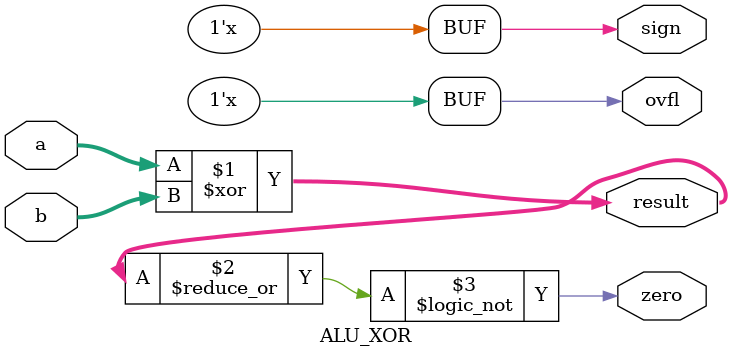
<source format=v>

module ALU_XOR(
	input [15:0] a,
	input [15:0] b,
	output [15:0] result,
	output ovfl,
	output zero,
	output sign
);

assign result = a ^ b;
assign zero = !(|result);
assign ovfl = 1'bz;
assign sign = 1'bz;
endmodule
</source>
